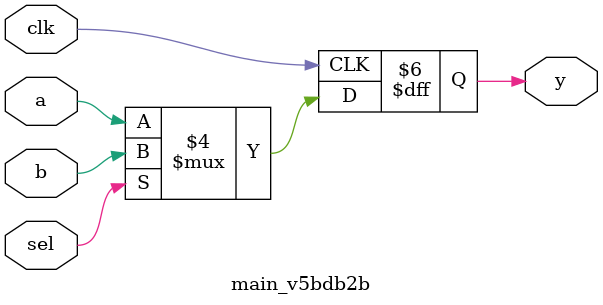
<source format=v>

`default_nettype none

module main (
 input v19efa7,
 input vcb932c,
 input v4fef41,
 input vclk,
 output v7630c3,
 output [0:4] vinit
);
 wire w0;
 wire w1;
 wire w2;
 wire w3;
 wire w4;
 assign w0 = v19efa7;
 assign w1 = vcb932c;
 assign v7630c3 = w2;
 assign w3 = v4fef41;
 assign w4 = vclk;
 main_v5bdb2b v5bdb2b (
  .a(w0),
  .b(w1),
  .y(w2),
  .sel(w3),
  .clk(w4)
 );
 assign vinit = 5'b00000;
endmodule

module main_v5bdb2b (
 input a,
 input b,
 input sel,
 input clk,
 output y
);
 
 reg y;
 
 always @(posedge clk)
 begin
   y<=0;
   if(sel==0) y<=a;
   else y<=b;
 end
 
endmodule

</source>
